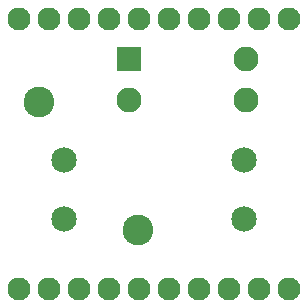
<source format=gbr>
%TF.GenerationSoftware,KiCad,Pcbnew,8.0.7*%
%TF.CreationDate,2025-01-28T21:08:18-05:00*%
%TF.ProjectId,Circuit Power Module,43697263-7569-4742-9050-6f776572204d,rev?*%
%TF.SameCoordinates,Original*%
%TF.FileFunction,Soldermask,Bot*%
%TF.FilePolarity,Negative*%
%FSLAX46Y46*%
G04 Gerber Fmt 4.6, Leading zero omitted, Abs format (unit mm)*
G04 Created by KiCad (PCBNEW 8.0.7) date 2025-01-28 21:08:18*
%MOMM*%
%LPD*%
G01*
G04 APERTURE LIST*
%ADD10C,1.954000*%
%ADD11C,2.604000*%
%ADD12C,2.154000*%
%ADD13R,2.108200X2.108200*%
%ADD14C,2.108200*%
G04 APERTURE END LIST*
D10*
%TO.C,REF\u002A\u002A*%
X76200000Y-48260000D03*
X78740000Y-48260000D03*
X81280000Y-48260000D03*
X83820000Y-48260000D03*
X86360000Y-48260000D03*
X88900000Y-48260000D03*
X91440000Y-48260000D03*
X93980000Y-48260000D03*
X96520000Y-48260000D03*
X99060000Y-48260000D03*
%TD*%
%TO.C,REF\u002A\u002A*%
X76200000Y-25400000D03*
X78740000Y-25400000D03*
X81280000Y-25400000D03*
X83820000Y-25400000D03*
X86360000Y-25400000D03*
X88900000Y-25400000D03*
X91440000Y-25400000D03*
X93980000Y-25400000D03*
X96520000Y-25400000D03*
X99060000Y-25400000D03*
%TD*%
D11*
%TO.C,TP1*%
X77920000Y-32395850D03*
%TD*%
D12*
%TO.C,J2*%
X95260000Y-37305850D03*
X95260000Y-42305850D03*
%TD*%
%TO.C,J1*%
X80020000Y-42305850D03*
X80020000Y-37305850D03*
%TD*%
D13*
%TO.C,F1*%
X85557000Y-28804050D03*
D14*
X85557000Y-32207650D03*
X95463000Y-32207650D03*
X95463000Y-28804050D03*
%TD*%
D11*
%TO.C,TP2*%
X86310000Y-43255850D03*
%TD*%
M02*

</source>
